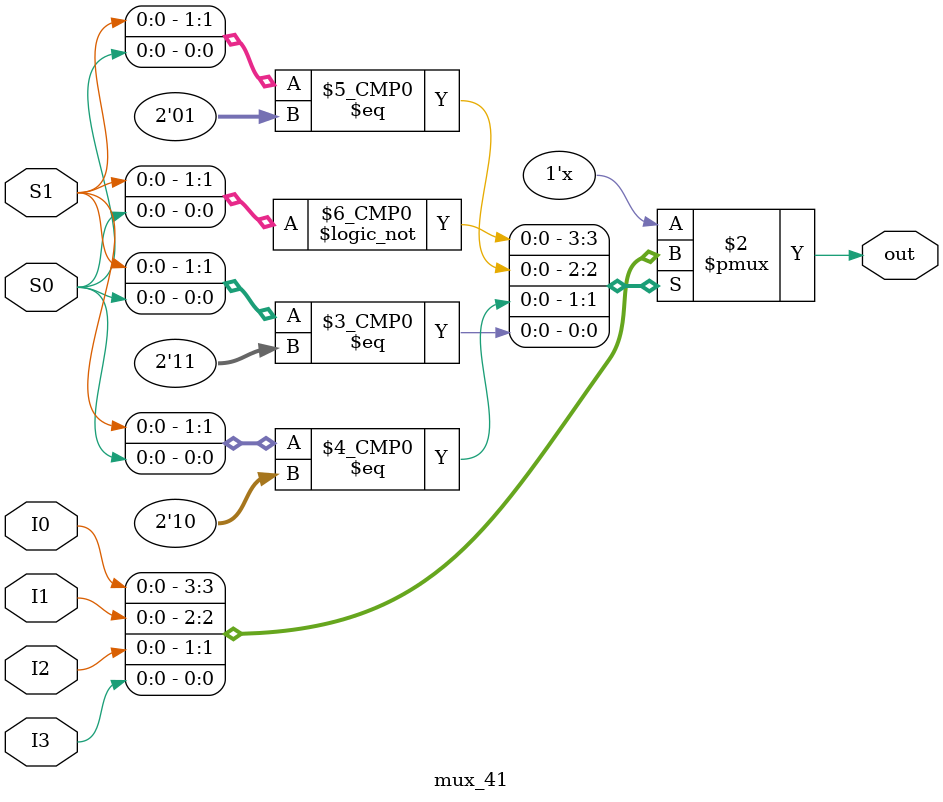
<source format=v>
module mux_41(I0,I1,I2,I3,S0,S1,out);

    input I0,I1,I2,I3;
	input S0;
	input S1;
	output  reg out;
	
	always @(*)
	begin
	
	    case({S1,S0})
		2'b00 : out = I0;
		2'b01 : out = I1;
		2'b10 : out = I2;
		2'b11 : out = I3;
		default : out = 1'b0;
		endcase
	end	

endmodule	

</source>
